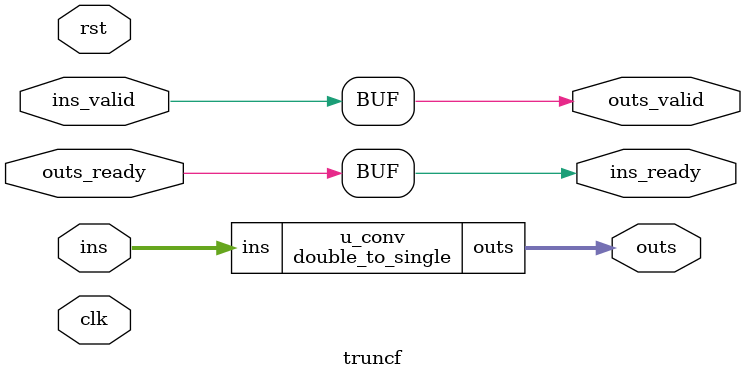
<source format=v>
module double_to_single (
    input  wire [63:0] ins,
    output wire [31:0] outs
);

    // Extract IEEE-754 double fields
    wire        sign_d;
    wire [10:0] exp_d;
    wire [51:0] frac_d;

    assign sign_d = ins[63];
    assign exp_d  = ins[62:52];
    assign frac_d = ins[51:0];

    // Convert to single precision
    wire        sign_s;
    wire [7:0]  exp_s;
    wire [22:0] frac_s;

    assign sign_s = sign_d;

    // Handle normal numbers: adjust exponent from double to single
    // double bias = 1023, single bias = 127
    assign exp_s = (exp_d == 11'h7FF) ? 8'hFF : // Inf/NaN
                   (exp_d == 11'h0)   ? 8'h00 : // Zero/subnormal
                                        (exp_d - 11'd1023 + 8'd127);

    // Truncate fraction: 52 to 23 bits
    assign frac_s = frac_d[51:29];

    assign outs = {sign_s, exp_s, frac_s};

endmodule

module truncf #(
    parameter INPUT_TYPE  = 64,
    parameter OUTPUT_TYPE = 32
)(
    input  wire clk,
    input  wire rst,

    // input channel
    input  wire [INPUT_TYPE-1:0] ins,
    input  wire ins_valid,
    output wire ins_ready,

    // output channel
    output wire [OUTPUT_TYPE-1:0] outs,
    output wire outs_valid,
    input  wire outs_ready
);

    initial begin
        if (INPUT_TYPE != 64)
            $fatal("truncf only supports double to single conversion!");
        if (OUTPUT_TYPE != 32)
            $fatal("truncf only supports double to single conversion!!");
    end

    double_to_single u_conv (
        .ins  (ins),
        .outs (outs)
    );

    // Valid/ready handshake
    assign outs_valid = ins_valid;
    assign ins_ready  = outs_ready;

endmodule


</source>
